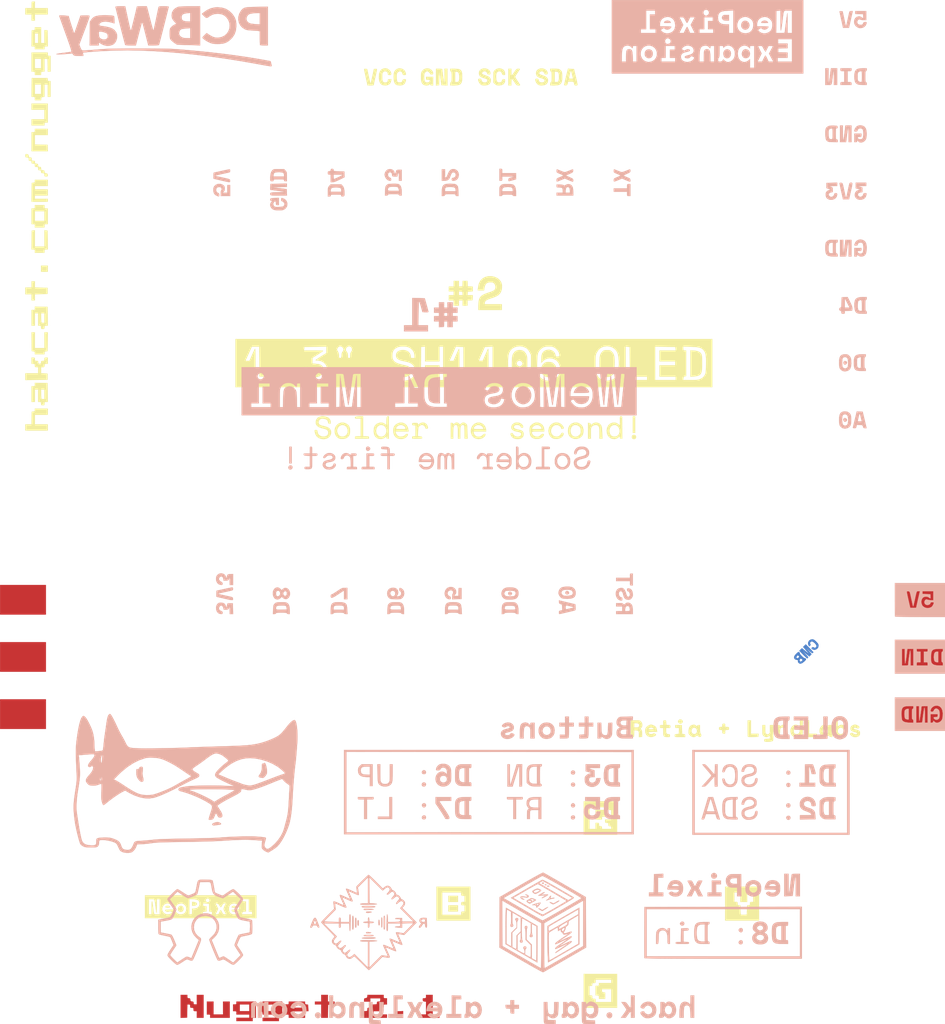
<source format=kicad_pcb>
(kicad_pcb (version 4) (host pcbnew 4.0.7)
  (layers (0 F.Cu signal) (31 B.Cu signal) (34 B.Paste user) (35 F.Paste user) (36 B.SilkS user) (37 F.SilkS user) (38 B.Mask user) (39 F.Mask user) (44 Edge.Cuts user))
  (net 0 "")
  (module LOGO (layer F.Cu) (at 0 0)
    (fp_text reference "G***" hide)
    (fp_text value "LOGO" hide)
    (fp_poly (pts (xy -9.630833 26.246667) (xy -9.704917 26.246667) (xy -9.754570 26.249943) (xy -9.774933 26.268430) (xy -9.778991 26.315111) (xy -9.779000 26.320750) (xy -9.779000 26.394834) (xy -10.498667 26.394834) (xy -10.498667 26.246667) (xy -9.927167 26.246667) (xy -9.927167 26.098500) (xy -10.498667 26.098500) (xy -10.498667 26.024417) (xy -10.501943 25.974764) (xy -10.520430 25.954401) (xy -10.567111 25.950343) (xy -10.572750 25.950334) (xy -10.646833 25.950334) (xy -10.646833 25.654000) (xy -10.572750 25.654000) (xy -10.350500 25.654000) (xy -10.350500 25.950334) (xy -9.927167 25.950334) (xy -9.927167 25.654000) (xy -10.350500 25.654000) (xy -10.572750 25.654000) (xy -10.522976 25.650460) (xy -10.502561 25.632505) (xy -10.498667 25.590500) (xy -10.498667 25.527000) (xy -9.630833 25.527000) (xy -9.630833 26.246667)) (layer F.Cu) (width 0.010000))
    (fp_poly (pts (xy -8.466667 26.246667) (xy -8.540750 26.246667) (xy -8.590403 26.249943) (xy -8.610766 26.268430) (xy -8.614824 26.315111) (xy -8.614833 26.320750) (xy -8.614833 26.394834) (xy -9.334500 26.394834) (xy -9.334500 26.246667) (xy -8.763000 26.246667) (xy -8.763000 26.098500) (xy -9.331818 26.098500) (xy -9.338451 26.029709) (xy -9.348713 25.981218) (xy -9.376309 25.960331) (xy -9.413875 25.954284) (xy -9.454841 25.950334) (xy -9.209434 25.950334) (xy -8.763000 25.950334) (xy -8.763000 25.652519) (xy -8.979958 25.658551) (xy -9.196917 25.664584) (xy -9.203176 25.807459) (xy -9.209434 25.950334) (xy -9.454841 25.950334) (xy -9.482667 25.947651) (xy -9.482667 25.654000) (xy -9.408583 25.654000) (xy -9.358810 25.650460) (xy -9.338395 25.632505) (xy -9.334500 25.590500) (xy -9.334500 25.527000) (xy -8.466667 25.527000) (xy -8.466667 26.246667)) (layer F.Cu) (width 0.010000))
    (fp_poly (pts (xy -12.678833 25.304750) (xy -12.675252 25.354550) (xy -12.657344 25.374974) (xy -12.616675 25.378834) (xy -12.573019 25.384375) (xy -12.553857 25.409713) (xy -12.547883 25.447625) (xy -12.537621 25.496116) (xy -12.510025 25.517003) (xy -12.472458 25.523050) (xy -12.424736 25.532658) (xy -12.406233 25.557337) (xy -12.403667 25.591841) (xy -12.399398 25.633625) (xy -12.378054 25.650762) (xy -12.329583 25.654000) (xy -12.255500 25.654000) (xy -12.255500 25.230667) (xy -11.959167 25.230667) (xy -11.959167 26.246667) (xy -12.255500 26.246667) (xy -12.255500 25.950334) (xy -12.329583 25.950334) (xy -12.379236 25.947057) (xy -12.399600 25.928570) (xy -12.403658 25.881889) (xy -12.403667 25.876250) (xy -12.406943 25.826597) (xy -12.425430 25.806234) (xy -12.472111 25.802176) (xy -12.477750 25.802167) (xy -12.527403 25.798890) (xy -12.547766 25.780404) (xy -12.551824 25.733722) (xy -12.551833 25.728084) (xy -12.555392 25.678299) (xy -12.573325 25.657880) (xy -12.614736 25.654000) (xy -12.677639 25.654000) (xy -12.689417 26.236084) (xy -12.832292 26.242342) (xy -12.975167 26.248601) (xy -12.975167 25.230667) (xy -12.678833 25.230667) (xy -12.678833 25.304750)) (layer F.Cu) (width 0.010000))
    (fp_poly (pts (xy -11.514667 26.098500) (xy -11.091333 26.098500) (xy -11.091333 25.527000) (xy -10.795000 25.527000) (xy -10.795000 26.246667) (xy -11.662833 26.246667) (xy -11.662833 26.172584) (xy -11.666110 26.122931) (xy -11.684597 26.102567) (xy -11.731278 26.098509) (xy -11.736917 26.098500) (xy -11.811000 26.098500) (xy -11.811000 25.527000) (xy -11.514667 25.527000) (xy -11.514667 26.098500)) (layer F.Cu) (width 0.010000))
    (fp_poly (pts (xy -7.450667 25.589159) (xy -7.445125 25.632814) (xy -7.419788 25.651976) (xy -7.381875 25.657951) (xy -7.313083 25.664584) (xy -7.300589 25.949326) (xy -7.666670 25.955121) (xy -8.032750 25.960917) (xy -8.039383 26.029709) (xy -8.046016 26.098500) (xy -7.450667 26.098500) (xy -7.450667 26.246667) (xy -8.170333 26.246667) (xy -8.170333 26.172584) (xy -8.173610 26.122931) (xy -8.192097 26.102567) (xy -8.238778 26.098509) (xy -8.244417 26.098500) (xy -8.318500 26.098500) (xy -8.318500 25.802167) (xy -8.046016 25.802167) (xy -7.598833 25.802167) (xy -7.598833 25.652519) (xy -7.815792 25.658551) (xy -8.032750 25.664584) (xy -8.039383 25.733375) (xy -8.046016 25.802167) (xy -8.318500 25.802167) (xy -8.318500 25.654000) (xy -8.244417 25.654000) (xy -8.194643 25.650460) (xy -8.174228 25.632505) (xy -8.170333 25.590500) (xy -8.170333 25.527000) (xy -7.450667 25.527000) (xy -7.450667 25.589159)) (layer F.Cu) (width 0.010000))
    (fp_poly (pts (xy -6.434667 25.527000) (xy -6.138333 25.527000) (xy -6.138333 25.589533) (xy -6.139920 25.622701) (xy -6.150942 25.641884) (xy -6.180793 25.651603) (xy -6.238869 25.656383) (xy -6.281208 25.658325) (xy -6.424083 25.664584) (xy -6.429972 25.955625) (xy -6.435861 26.246667) (xy -6.731000 26.246667) (xy -6.731000 25.654000) (xy -7.006167 25.654000) (xy -7.006167 25.527000) (xy -6.731000 25.527000) (xy -6.731000 25.230667) (xy -6.434667 25.230667) (xy -6.434667 25.527000)) (layer F.Cu) (width 0.010000))
    (fp_poly (pts (xy -3.958167 25.304750) (xy -3.954890 25.354403) (xy -3.936404 25.374766) (xy -3.889722 25.378824) (xy -3.884083 25.378834) (xy -3.810000 25.378834) (xy -3.810000 25.654000) (xy -3.884083 25.654000) (xy -3.933736 25.657277) (xy -3.954100 25.675763) (xy -3.958158 25.722445) (xy -3.958167 25.728084) (xy -3.961443 25.777736) (xy -3.979930 25.798100) (xy -4.026611 25.802158) (xy -4.032250 25.802167) (xy -4.081903 25.805443) (xy -4.102266 25.823930) (xy -4.106324 25.870611) (xy -4.106333 25.876250) (xy -4.106333 25.950334) (xy -4.402667 25.950334) (xy -4.402667 26.098500) (xy -3.810000 26.098500) (xy -3.810000 26.246667) (xy -4.826000 26.246667) (xy -4.826000 25.950334) (xy -4.751917 25.950334) (xy -4.702264 25.947057) (xy -4.681901 25.928570) (xy -4.677843 25.881889) (xy -4.677833 25.876250) (xy -4.674252 25.826451) (xy -4.656344 25.806026) (xy -4.615675 25.802167) (xy -4.572019 25.796625) (xy -4.552857 25.771288) (xy -4.546883 25.733375) (xy -4.540250 25.664584) (xy -4.397375 25.658325) (xy -4.321751 25.654318) (xy -4.279026 25.647622) (xy -4.259807 25.633715) (xy -4.254698 25.608073) (xy -4.254500 25.589533) (xy -4.250271 25.547504) (xy -4.229040 25.530266) (xy -4.180417 25.527000) (xy -4.130764 25.523724) (xy -4.110401 25.505237) (xy -4.106343 25.458556) (xy -4.106333 25.452917) (xy -4.106333 25.378834) (xy -4.550833 25.378834) (xy -4.550833 25.527000) (xy -4.826000 25.527000) (xy -4.826000 25.454258) (xy -4.821894 25.404533) (xy -4.801326 25.382667) (xy -4.757208 25.374883) (xy -4.708718 25.364621) (xy -4.687831 25.337025) (xy -4.681784 25.299459) (xy -4.675151 25.230667) (xy -3.958167 25.230667) (xy -3.958167 25.304750)) (layer F.Cu) (width 0.010000))
    (fp_poly (pts (xy -3.090333 26.246667) (xy -3.388601 26.246667) (xy -3.376083 25.960917) (xy -3.090333 25.948399) (xy -3.090333 26.246667)) (layer F.Cu) (width 0.010000))
    (fp_poly (pts (xy -1.778000 26.098500) (xy -1.481667 26.098500) (xy -1.481667 26.246667) (xy -2.349500 26.246667) (xy -2.349500 26.098500) (xy -2.074333 26.098500) (xy -2.074333 25.529682) (xy -2.143125 25.523050) (xy -2.191616 25.512787) (xy -2.212503 25.485192) (xy -2.218550 25.447625) (xy -2.219888 25.401863) (xy -2.203956 25.382837) (xy -2.159060 25.378856) (xy -2.149758 25.378834) (xy -2.099513 25.375717) (xy -2.078672 25.357933) (xy -2.074353 25.312828) (xy -2.074333 25.304750) (xy -2.074333 25.230667) (xy -1.778000 25.230667) (xy -1.778000 26.098500)) (layer F.Cu) (width 0.010000))
    (fp_poly (pts (xy -18.965333 13.419667) (xy -20.997333 13.419667) (xy -20.997333 12.107334) (xy -18.965333 12.107334) (xy -18.965333 13.419667)) (layer F.Cu) (width 0.010000))
    (fp_poly (pts (xy 20.997333 13.419667) (xy 19.984861 13.419667) (xy 19.781766 13.419380) (xy 19.591690 13.418560) (xy 19.418806 13.417262) (xy 19.267289 13.415544) (xy 19.141311 13.413464) (xy 19.045047 13.411079) (xy 18.982672 13.408446) (xy 18.958357 13.405624) (xy 18.958278 13.405556) (xy 18.954753 13.381625) (xy 18.951550 13.320658) (xy 18.948783 13.227953) (xy 18.946565 13.108806) (xy 18.945011 12.968514) (xy 18.944234 12.812375) (xy 18.944167 12.749389) (xy 18.944167 12.107334) (xy 20.997333 12.107334) (xy 20.997333 13.419667)) (layer F.Cu) (width 0.010000))
    (fp_poly (pts (xy -18.965333 10.879667) (xy -20.997333 10.879667) (xy -20.997333 9.567334) (xy -18.965333 9.567334) (xy -18.965333 10.879667)) (layer F.Cu) (width 0.010000))
    (fp_poly (pts (xy 20.997333 10.879667) (xy 19.984861 10.879667) (xy 19.781766 10.879380) (xy 19.591690 10.878560) (xy 19.418806 10.877262) (xy 19.267289 10.875544) (xy 19.141311 10.873464) (xy 19.045047 10.871079) (xy 18.982672 10.868446) (xy 18.958357 10.865624) (xy 18.958278 10.865556) (xy 18.954753 10.841625) (xy 18.951550 10.780658) (xy 18.948783 10.687953) (xy 18.946565 10.568806) (xy 18.945011 10.428514) (xy 18.944234 10.272375) (xy 18.944167 10.209389) (xy 18.944167 9.567334) (xy 20.997333 9.567334) (xy 20.997333 10.879667)) (layer F.Cu) (width 0.010000))
    (fp_poly (pts (xy -18.965333 8.339667) (xy -20.997333 8.339667) (xy -20.997333 7.027334) (xy -18.965333 7.027334) (xy -18.965333 8.339667)) (layer F.Cu) (width 0.010000))
    (fp_poly (pts (xy 20.997333 8.339667) (xy 19.984861 8.339667) (xy 19.781766 8.339380) (xy 19.591690 8.338560) (xy 19.418806 8.337262) (xy 19.267289 8.335544) (xy 19.141311 8.333464) (xy 19.045047 8.331079) (xy 18.982672 8.328446) (xy 18.958357 8.325624) (xy 18.958278 8.325556) (xy 18.954753 8.301625) (xy 18.951550 8.240658) (xy 18.948783 8.147953) (xy 18.946565 8.028806) (xy 18.945011 7.888514) (xy 18.944234 7.732375) (xy 18.944167 7.669389) (xy 18.944167 7.027334) (xy 20.997333 7.027334) (xy 20.997333 8.339667)) (layer F.Cu) (width 0.010000))
  )
  (module LOGO (layer F.Cu) (at 0 0)
    (fp_text reference "G***" hide)
    (fp_text value "LOGO" hide)
    (fp_poly (pts (xy 14.500354 10.004799) (xy 14.507548 10.010006) (xy 14.529395 10.043161) (xy 14.529267 10.061416) (xy 14.538087 10.088014) (xy 14.570102 10.130912) (xy 14.615969 10.180842) (xy 14.666344 10.228533) (xy 14.711883 10.264714) (xy 14.743240 10.280118) (xy 14.748743 10.279151) (xy 14.777049 10.282661) (xy 14.797540 10.300042) (xy 14.808905 10.322345) (xy 14.800925 10.348177) (xy 14.768796 10.386182) (xy 14.727087 10.426809) (xy 14.641458 10.493502) (xy 14.567750 10.521054) (xy 14.507009 10.509290) (xy 14.467424 10.469899) (xy 14.447585 10.421444) (xy 14.448034 10.385233) (xy 14.448549 10.370731) (xy 14.520333 10.370731) (xy 14.533552 10.419004) (xy 14.567205 10.434828) (xy 14.612283 10.416172) (xy 14.633641 10.396269) (xy 14.656368 10.365177) (xy 14.648819 10.340923) (xy 14.626735 10.319265) (xy 14.590322 10.294495) (xy 14.560976 10.301345) (xy 14.552480 10.307837) (xy 14.525178 10.347652) (xy 14.520333 10.370731) (xy 14.448549 10.370731) (xy 14.448908 10.360652) (xy 14.419916 10.351252) (xy 14.396086 10.350500) (xy 14.331913 10.334726) (xy 14.298009 10.300441) (xy 14.278263 10.248122) (xy 14.282872 10.224748) (xy 14.381033 10.224748) (xy 14.384287 10.264867) (xy 14.412353 10.286236) (xy 14.421138 10.287000) (xy 14.456928 10.272487) (xy 14.485474 10.248102) (xy 14.508692 10.216278) (xy 14.500227 10.191921) (xy 14.481607 10.173848) (xy 14.450331 10.150915) (xy 14.426107 10.158444) (xy 14.404785 10.180207) (xy 14.381033 10.224748) (xy 14.282872 10.224748) (xy 14.289312 10.192090) (xy 14.333503 10.126406) (xy 14.390397 10.066667) (xy 14.442318 10.019973) (xy 14.475875 10.000847) (xy 14.500354 10.004799)) (layer B.Cu) (width 0.010000))
    (fp_poly (pts (xy 14.964825 9.831909) (xy 15.032438 9.900550) (xy 15.087219 9.958877) (xy 15.123084 10.000229) (xy 15.134167 10.017293) (xy 15.117203 10.038254) (xy 15.098240 10.048115) (xy 15.071232 10.045149) (xy 15.029928 10.017696) (xy 14.970054 9.962427) (xy 14.914025 9.904576) (xy 14.848357 9.835808) (xy 14.810305 9.798196) (xy 14.799924 9.791874) (xy 14.817270 9.816980) (xy 14.862398 9.873649) (xy 14.935364 9.962018) (xy 14.939388 9.966844) (xy 15.051928 10.101771) (xy 15.005423 10.151272) (xy 14.958919 10.200774) (xy 14.900769 10.153929) (xy 14.853717 10.115695) (xy 14.789051 10.062747) (xy 14.729101 10.013411) (xy 14.681700 9.974740) (xy 14.658769 9.957784) (xy 14.661543 9.964517) (xy 14.691257 9.996913) (xy 14.749145 10.056944) (xy 14.769321 10.077690) (xy 14.840036 10.152490) (xy 14.882992 10.204041) (xy 14.901798 10.237520) (xy 14.900064 10.258103) (xy 14.897379 10.261321) (xy 14.868911 10.283637) (xy 14.859562 10.287000) (xy 14.840677 10.272880) (xy 14.798657 10.234562) (xy 14.739969 10.178114) (xy 14.679652 10.118239) (xy 14.511880 9.949477) (xy 14.562129 9.895989) (xy 14.600365 9.859978) (xy 14.627317 9.842751) (xy 14.629180 9.842500) (xy 14.651294 9.855519) (xy 14.697634 9.890650) (xy 14.760673 9.942008) (xy 14.810699 9.984455) (xy 14.878999 10.042888) (xy 14.921259 10.077210) (xy 14.937174 10.085938) (xy 14.926436 10.067589) (xy 14.888737 10.020680) (xy 14.823773 9.943727) (xy 14.795386 9.910417) (xy 14.681796 9.777250) (xy 14.738640 9.720406) (xy 14.795484 9.663561) (xy 14.964825 9.831909)) (layer B.Cu) (width 0.010000))
    (fp_poly (pts (xy 15.129017 9.445804) (xy 15.173344 9.466785) (xy 15.226103 9.510129) (xy 15.262174 9.545159) (xy 15.321141 9.608476) (xy 15.353527 9.656996) (xy 15.366048 9.702063) (xy 15.367000 9.722189) (xy 15.349086 9.799029) (xy 15.302253 9.858744) (xy 15.236863 9.895834) (xy 15.163279 9.904798) (xy 15.091865 9.880134) (xy 15.082213 9.873370) (xy 15.054281 9.846881) (xy 15.060118 9.823925) (xy 15.074240 9.808689) (xy 15.105789 9.786984) (xy 15.140147 9.795986) (xy 15.152725 9.803450) (xy 15.199816 9.820365) (xy 15.234781 9.808434) (xy 15.273204 9.766542) (xy 15.272228 9.712970) (xy 15.231663 9.646697) (xy 15.197667 9.609667) (xy 15.124863 9.549828) (xy 15.065258 9.529671) (xy 15.017828 9.549005) (xy 14.998899 9.572552) (xy 14.987238 9.617208) (xy 15.000835 9.649727) (xy 15.014097 9.687230) (xy 14.992834 9.719840) (xy 14.989367 9.723036) (xy 14.959140 9.744196) (xy 14.938064 9.731432) (xy 14.927062 9.714939) (xy 14.900816 9.638373) (xy 14.910150 9.562536) (xy 14.949368 9.497567) (xy 15.012774 9.453608) (xy 15.081296 9.440334) (xy 15.129017 9.445804)) (layer B.Cu) (width 0.010000))
  )
  (module LOGO (layer F.Cu) (at 0 0)
    (fp_text reference "G***" hide)
    (fp_text value "LOGO" hide)
  )
  (module LOGO (layer F.Cu) (at 0 0)
    (fp_text reference "G***" hide)
    (fp_text value "LOGO" hide)
  )
  (module LOGO (layer F.Cu) (at 0 0)
    (fp_text reference "G***" hide)
    (fp_text value "LOGO" hide)
  )
  (module LOGO (layer F.Cu) (at 0 0)
    (fp_text reference "G***" hide)
    (fp_text value "LOGO" hide)
  )
)
</source>
